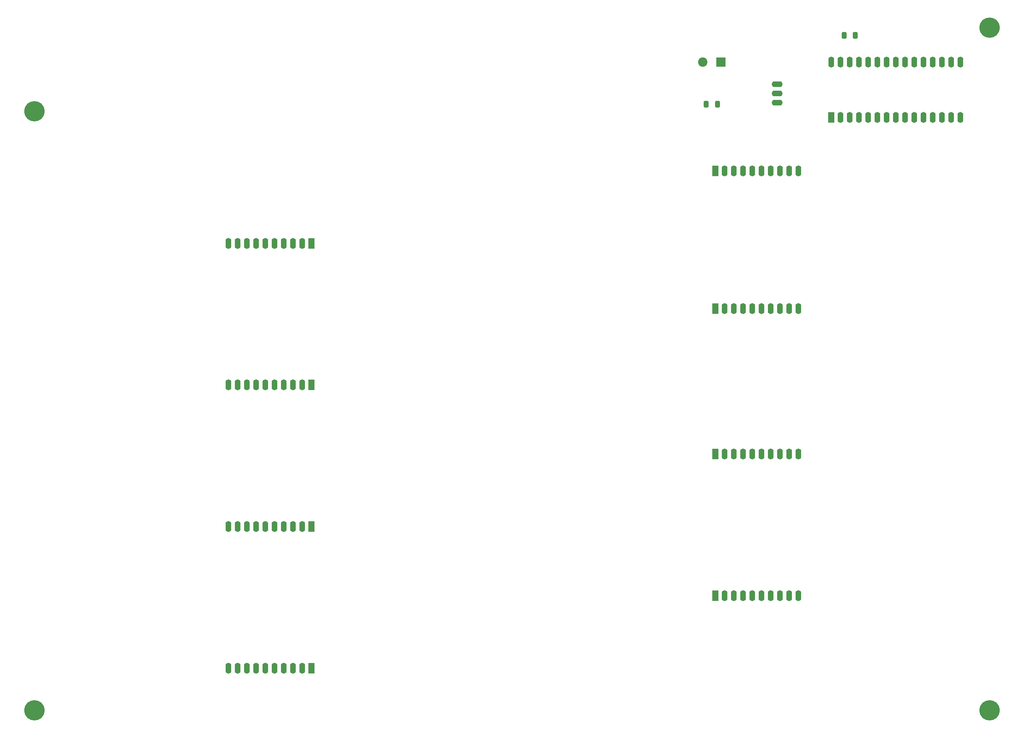
<source format=gbr>
%TF.GenerationSoftware,KiCad,Pcbnew,(6.0.4)*%
%TF.CreationDate,2023-07-24T14:01:24-04:00*%
%TF.ProjectId,BREAD_Loaf,42524541-445f-44c6-9f61-662e6b696361,rev?*%
%TF.SameCoordinates,PX2faf080PYee6b280*%
%TF.FileFunction,Soldermask,Bot*%
%TF.FilePolarity,Negative*%
%FSLAX46Y46*%
G04 Gerber Fmt 4.6, Leading zero omitted, Abs format (unit mm)*
G04 Created by KiCad (PCBNEW (6.0.4)) date 2023-07-24 14:01:24*
%MOMM*%
%LPD*%
G01*
G04 APERTURE LIST*
G04 Aperture macros list*
%AMRoundRect*
0 Rectangle with rounded corners*
0 $1 Rounding radius*
0 $2 $3 $4 $5 $6 $7 $8 $9 X,Y pos of 4 corners*
0 Add a 4 corners polygon primitive as box body*
4,1,4,$2,$3,$4,$5,$6,$7,$8,$9,$2,$3,0*
0 Add four circle primitives for the rounded corners*
1,1,$1+$1,$2,$3*
1,1,$1+$1,$4,$5*
1,1,$1+$1,$6,$7*
1,1,$1+$1,$8,$9*
0 Add four rect primitives between the rounded corners*
20,1,$1+$1,$2,$3,$4,$5,0*
20,1,$1+$1,$4,$5,$6,$7,0*
20,1,$1+$1,$6,$7,$8,$9,0*
20,1,$1+$1,$8,$9,$2,$3,0*%
G04 Aperture macros list end*
%ADD10C,5.600000*%
%ADD11R,1.700000X3.000000*%
%ADD12O,1.600000X3.000000*%
%ADD13R,2.600000X2.600000*%
%ADD14C,2.600000*%
%ADD15O,3.000000X1.600000*%
%ADD16RoundRect,0.250000X-0.412500X-0.650000X0.412500X-0.650000X0.412500X0.650000X-0.412500X0.650000X0*%
%ADD17RoundRect,0.250000X0.412500X0.650000X-0.412500X0.650000X-0.412500X-0.650000X0.412500X-0.650000X0*%
G04 APERTURE END LIST*
D10*
%TO.C,H3*%
X269000000Y6000000D03*
%TD*%
D11*
%TO.C,J4*%
X82225000Y17600000D03*
D12*
X79685000Y17600000D03*
X77145000Y17600000D03*
X74605000Y17600000D03*
X72065000Y17600000D03*
X69525000Y17600000D03*
X66985000Y17600000D03*
X64445000Y17600000D03*
X61905000Y17600000D03*
X59365000Y17600000D03*
%TD*%
D11*
%TO.C,J2*%
X82225000Y95600000D03*
D12*
X79685000Y95600000D03*
X77145000Y95600000D03*
X74605000Y95600000D03*
X72065000Y95600000D03*
X69525000Y95600000D03*
X66985000Y95600000D03*
X64445000Y95600000D03*
X61905000Y95600000D03*
X59365000Y95600000D03*
%TD*%
D11*
%TO.C,A1*%
X225450000Y169290000D03*
D12*
X227990000Y169290000D03*
X230530000Y169290000D03*
X233070000Y169290000D03*
X235610000Y169290000D03*
X238150000Y169290000D03*
X240690000Y169290000D03*
X243230000Y169290000D03*
X245770000Y169290000D03*
X248310000Y169290000D03*
X250850000Y169290000D03*
X253390000Y169290000D03*
X255930000Y169290000D03*
X258470000Y169290000D03*
X261010000Y169290000D03*
X261010000Y184530000D03*
X258470000Y184530000D03*
X255930000Y184530000D03*
X253390000Y184530000D03*
X250850000Y184530000D03*
X248310000Y184530000D03*
X245770000Y184530000D03*
X243230000Y184530000D03*
X240690000Y184530000D03*
X238150000Y184530000D03*
X235610000Y184530000D03*
X233070000Y184530000D03*
X230530000Y184530000D03*
X227990000Y184530000D03*
X225450000Y184530000D03*
%TD*%
D10*
%TO.C,H1*%
X6000000Y171000000D03*
%TD*%
%TO.C,H4*%
X6000000Y6000000D03*
%TD*%
D11*
%TO.C,J5*%
X193509843Y37600000D03*
D12*
X196049843Y37600000D03*
X198589843Y37600000D03*
X201129843Y37600000D03*
X203669843Y37600000D03*
X206209843Y37600000D03*
X208749843Y37600000D03*
X211289843Y37600000D03*
X213829843Y37600000D03*
X216369843Y37600000D03*
%TD*%
D11*
%TO.C,J8*%
X193509843Y154600000D03*
D12*
X196049843Y154600000D03*
X198589843Y154600000D03*
X201129843Y154600000D03*
X203669843Y154600000D03*
X206209843Y154600000D03*
X208749843Y154600000D03*
X211289843Y154600000D03*
X213829843Y154600000D03*
X216369843Y154600000D03*
%TD*%
D13*
%TO.C,J9*%
X195067657Y184500000D03*
D14*
X190067657Y184500000D03*
%TD*%
D10*
%TO.C,H2*%
X269000000Y194000000D03*
%TD*%
D11*
%TO.C,J6*%
X193509843Y76600000D03*
D12*
X196049843Y76600000D03*
X198589843Y76600000D03*
X201129843Y76600000D03*
X203669843Y76600000D03*
X206209843Y76600000D03*
X208749843Y76600000D03*
X211289843Y76600000D03*
X213829843Y76600000D03*
X216369843Y76600000D03*
%TD*%
D11*
%TO.C,J7*%
X193509843Y116600000D03*
D12*
X196049843Y116600000D03*
X198589843Y116600000D03*
X201129843Y116600000D03*
X203669843Y116600000D03*
X206209843Y116600000D03*
X208749843Y116600000D03*
X211289843Y116600000D03*
X213829843Y116600000D03*
X216369843Y116600000D03*
%TD*%
D11*
%TO.C,J3*%
X82225000Y56600000D03*
D12*
X79685000Y56600000D03*
X77145000Y56600000D03*
X74605000Y56600000D03*
X72065000Y56600000D03*
X69525000Y56600000D03*
X66985000Y56600000D03*
X64445000Y56600000D03*
X61905000Y56600000D03*
X59365000Y56600000D03*
%TD*%
D11*
%TO.C,J1*%
X82225000Y134600000D03*
D12*
X79685000Y134600000D03*
X77145000Y134600000D03*
X74605000Y134600000D03*
X72065000Y134600000D03*
X69525000Y134600000D03*
X66985000Y134600000D03*
X64445000Y134600000D03*
X61905000Y134600000D03*
X59365000Y134600000D03*
%TD*%
D15*
%TO.C,J10*%
X210500000Y178425000D03*
X210500000Y175885000D03*
X210500000Y173345000D03*
%TD*%
D16*
%TO.C,C1*%
X190937500Y172900000D03*
X194062500Y172900000D03*
%TD*%
D17*
%TO.C,C2*%
X232062500Y191900000D03*
X228937500Y191900000D03*
%TD*%
M02*

</source>
